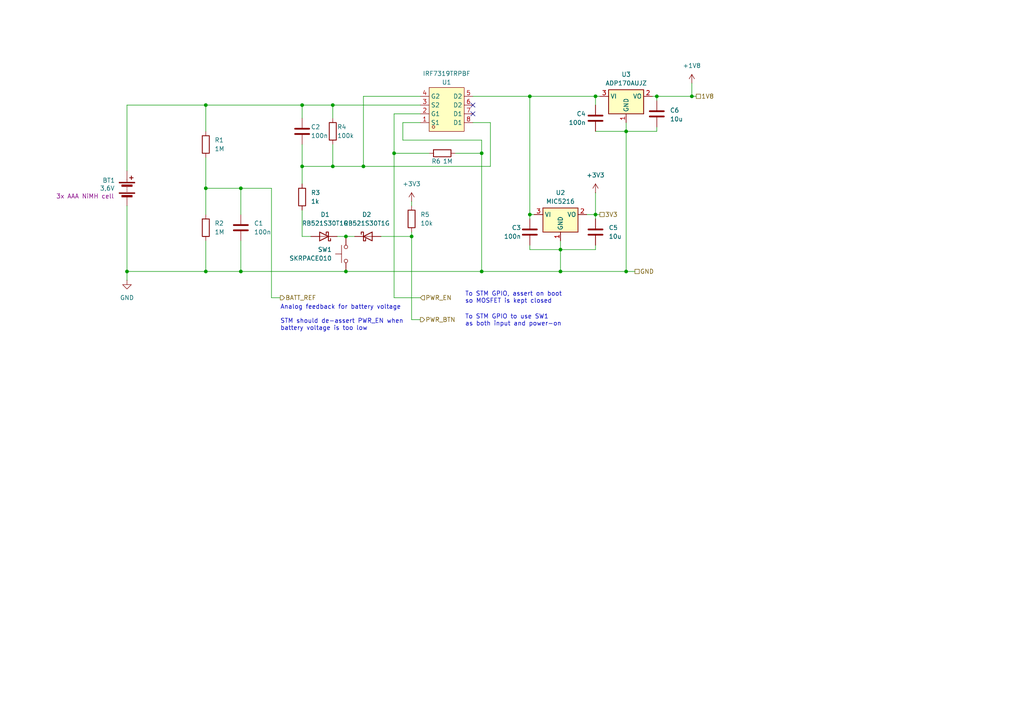
<source format=kicad_sch>
(kicad_sch (version 20231120) (generator "eeschema") (generator_version "8.0")
  (paper "A4")
  (title_block (title "E-Smog detector Power") (date "2024-03-15") (rev "0.2") (company "ARNweb Inc. ") (comment 1 "1798423") (comment 2 "Arne van Iterson"))
  (lib_symbols
    (symbol "Device:Battery" (pin_numbers hide) (pin_names (offset 0) hide)
      (property "Reference" "BT" (at 2.54 2.54 0))
      (property "Value" "Battery" (at 2.54 0 0))
      (symbol "Battery_0_1"
        (rectangle (start -2.286 -1.27) (end 2.286 -1.524) (fill (type outline)))
        (rectangle (start -2.286 1.778) (end 2.286 1.524) (fill (type outline)))
        (rectangle (start -1.524 -2.032) (end 1.524 -2.54) (fill (type outline)))
        (rectangle (start -1.524 1.016) (end 1.524 0.508) (fill (type outline)))
        (polyline (pts (xy 0 -1.016) (xy 0 -0.762)))
        (polyline (pts (xy 0 -0.508) (xy 0 -0.254)))
        (polyline (pts (xy 0 0) (xy 0 0.254)))
        (polyline (pts (xy 0 1.778) (xy 0 2.54)))
        (polyline (pts (xy 0.762 3.048) (xy 1.778 3.048)) (stroke (width 0.254)))
        (polyline (pts (xy 1.27 3.556) (xy 1.27 2.54)) (stroke (width 0.254)))
      )
      (symbol "Battery_1_1"
        (pin passive line (at 0 5.08 270) (length 2.54) (name "+") (number "1"))
        (pin passive line (at 0 -5.08 90) (length 2.54) (name "-") (number "2"))
      )
    )
    (symbol "Device:C" (pin_numbers hide) (pin_names (offset 0.254))
      (property "Reference" "C" (at 0.635 2.54 0))
      (property "Value" "C" (at 0.635 -2.54 0))
      (symbol "C_0_1"
        (polyline (pts (xy -2.032 -0.762) (xy 2.032 -0.762)) (stroke (width 0.508)))
        (polyline (pts (xy -2.032 0.762) (xy 2.032 0.762)) (stroke (width 0.508)))
      )
      (symbol "C_1_1"
        (pin passive line (at 0 3.81 270) (length 2.794) (name "~") (number "1"))
        (pin passive line (at 0 -3.81 90) (length 2.794) (name "~") (number "2"))
      )
    )
    (symbol "Device:D_Schottky" (pin_numbers hide) (pin_names (offset 1.016) hide)
      (property "Reference" "D" (at 0 2.54 0))
      (property "Value" "D_Schottky" (at 0 -2.54 0))
      (symbol "D_Schottky_0_1"
        (polyline (pts (xy 1.27 0) (xy -1.27 0)))
        (polyline (pts (xy 1.27 1.27) (xy 1.27 -1.27) (xy -1.27 0) (xy 1.27 1.27)) (stroke (width 0.254)))
        (polyline (pts (xy -1.905 0.635) (xy -1.905 1.27) (xy -1.27 1.27) (xy -1.27 -1.27) (xy -0.635 -1.27) (xy -0.635 -0.635)) (stroke (width 0.254)))
      )
      (symbol "D_Schottky_1_1"
        (pin passive line (at -3.81 0 0) (length 2.54) (name "K") (number "1"))
        (pin passive line (at 3.81 0 180) (length 2.54) (name "A") (number "2"))
      )
    )
    (symbol "Device:R" (pin_numbers hide) (pin_names (offset 0))
      (property "Reference" "R" (at 2.032 0 90))
      (property "Value" "R" (at 0 0 90))
      (symbol "R_0_1"
        (rectangle (start -1.016 -2.54) (end 1.016 2.54) (stroke (width 0.254)))
      )
      (symbol "R_1_1"
        (pin passive line (at 0 3.81 270) (length 1.27) (name "~") (number "1"))
        (pin passive line (at 0 -3.81 90) (length 1.27) (name "~") (number "2"))
      )
    )
    (symbol "Regulator_Linear:LD1117S18TR_SOT223"
      (property "Reference" "U" (at -3.81 3.175 0))
      (property "Value" "LD1117S18TR_SOT223" (at 0 3.175 0))
      (symbol "LD1117S18TR_SOT223_0_1"
        (rectangle (start -5.08 -5.08) (end 5.08 1.905) (stroke (width 0.254)) (fill (type background)))
      )
      (symbol "LD1117S18TR_SOT223_1_1"
        (pin power_in line (at 0 -7.62 90) (length 2.54) (name "GND") (number "1"))
        (pin power_out line (at 7.62 0 180) (length 2.54) (name "VO") (number "2"))
        (pin power_in line (at -7.62 0 0) (length 2.54) (name "VI") (number "3"))
      )
    )
    (symbol "Regulator_Linear:LD1117S33TR_SOT223"
      (property "Reference" "U" (at -3.81 3.175 0))
      (property "Value" "LD1117S33TR_SOT223" (at 0 3.175 0))
      (symbol "LD1117S33TR_SOT223_0_1"
        (rectangle (start -5.08 -5.08) (end 5.08 1.905) (stroke (width 0.254)) (fill (type background)))
      )
      (symbol "LD1117S33TR_SOT223_1_1"
        (pin power_in line (at 0 -7.62 90) (length 2.54) (name "GND") (number "1"))
        (pin power_out line (at 7.62 0 180) (length 2.54) (name "VO") (number "2"))
        (pin power_in line (at -7.62 0 0) (length 2.54) (name "VI") (number "3"))
      )
    )
    (symbol "Switch:SW_Push" (pin_numbers hide) (pin_names (offset 1.016) hide)
      (property "Reference" "SW" (at 1.27 2.54 0))
      (property "Value" "SW_Push" (at 0 -1.524 0))
      (symbol "SW_Push_0_1"
        (circle (center -2.032 0) (radius 0.508))
        (polyline (pts (xy 0 1.27) (xy 0 3.048)))
        (polyline (pts (xy 2.54 1.27) (xy -2.54 1.27)))
        (circle (center 2.032 0) (radius 0.508))
        (pin passive line (at -5.08 0 0) (length 2.54) (name "1") (number "1"))
        (pin passive line (at 5.08 0 180) (length 2.54) (name "2") (number "2"))
      )
    )
    (symbol "easyeda2kicad:IRF7319TRPBF_C5123893"
      (property "Reference" "U1" (at 0 -7.874 0))
      (property "Value" "IRF7319TRPBF" (at 0 -10.414 0))
      (symbol "IRF7319TRPBF_C5123893_0_1"
        (rectangle (start -5.08 6.35) (end 5.08 -6.35) (fill (type background)))
        (circle (center -3.81 5.08) (radius 0.38))
      )
      (symbol "IRF7319TRPBF_C5123893_1_1"
        (pin passive line (at -7.62 3.81 0) (length 2.54) (name "S1") (number "1"))
        (pin input line (at -7.62 1.27 0) (length 2.54) (name "G1") (number "2"))
        (pin passive line (at -7.62 -1.27 0) (length 2.54) (name "S2") (number "3"))
        (pin input line (at -7.62 -3.81 0) (length 2.54) (name "G2") (number "4"))
        (pin power_out line (at 7.62 -3.81 180) (length 2.54) (name "D2") (number "5"))
        (pin output line (at 7.62 -1.27 180) (length 2.54) (name "D2") (number "6"))
        (pin output line (at 7.62 1.27 180) (length 2.54) (name "D1") (number "7"))
        (pin power_out line (at 7.62 3.81 180) (length 2.54) (name "D1") (number "8"))
      )
    )
    (symbol "power:+1V8" (power) (pin_numbers hide) (pin_names (offset 0) hide)
      (property "Value" "+1V8" (at 0 3.556 0))
      (symbol "+1V8_0_1"
        (polyline (pts (xy -0.762 1.27) (xy 0 2.54)))
        (polyline (pts (xy 0 0) (xy 0 2.54)))
        (polyline (pts (xy 0 2.54) (xy 0.762 1.27)))
      )
      (symbol "+1V8_1_1"
        (pin power_in line (at 0 0 90) (length 0) (name "~") (number "1"))
      )
    )
    (symbol "power:+3V3" (power) (pin_numbers hide) (pin_names (offset 0) hide)
      (property "Value" "+3V3" (at 0 3.556 0))
      (symbol "+3V3_0_1"
        (polyline (pts (xy -0.762 1.27) (xy 0 2.54)))
        (polyline (pts (xy 0 0) (xy 0 2.54)))
        (polyline (pts (xy 0 2.54) (xy 0.762 1.27)))
      )
      (symbol "+3V3_1_1"
        (pin power_in line (at 0 0 90) (length 0) (name "~") (number "1"))
      )
    )
    (symbol "power:GND" (power) (pin_numbers hide) (pin_names (offset 0) hide)
      (property "Value" "GND" (at 0 -3.81 0))
      (symbol "GND_0_1"
        (polyline (pts (xy 0 0) (xy 0 -1.27) (xy 1.27 -1.27) (xy 0 -2.54) (xy -1.27 -1.27) (xy 0 -1.27)))
      )
      (symbol "GND_1_1"
        (pin power_in line (at 0 0 270) (length 0) (name "~") (number "1"))
      )
    )
  )
  (junction (at 139.7 78.74))
  (junction (at 59.69 54.61))
  (junction (at 69.85 78.74))
  (junction (at 87.63 48.26))
  (junction (at 181.61 78.74))
  (junction (at 200.66 27.94))
  (junction (at 100.33 78.74))
  (junction (at 190.5 27.94))
  (junction (at 172.72 27.94))
  (junction (at 59.69 78.74))
  (junction (at 59.69 30.48))
  (junction (at 96.52 30.48))
  (junction (at 153.67 62.23))
  (junction (at 69.85 54.61))
  (junction (at 119.38 68.58))
  (junction (at 162.56 78.74))
  (junction (at 100.33 68.58))
  (junction (at 105.41 48.26))
  (junction (at 153.67 27.94))
  (junction (at 181.61 38.1))
  (junction (at 162.56 72.39))
  (junction (at 114.3 44.45))
  (junction (at 172.72 62.23))
  (junction (at 139.7 44.45))
  (junction (at 36.83 78.74))
  (junction (at 96.52 48.26))
  (junction (at 87.63 30.48))
  (no_connect (at 137.16 30.48))
  (no_connect (at 137.16 33.02))
  (wire (pts (xy 139.7 40.64) (xy 139.7 44.45)))
  (wire (pts (xy 87.63 53.34) (xy 87.63 48.26)))
  (wire (pts (xy 200.66 24.13) (xy 200.66 27.94)))
  (wire (pts (xy 139.7 78.74) (xy 162.56 78.74)))
  (wire (pts (xy 59.69 45.72) (xy 59.69 54.61)))
  (wire (pts (xy 200.66 27.94) (xy 190.5 27.94)))
  (wire (pts (xy 172.72 27.94) (xy 173.99 27.94)))
  (wire (pts (xy 181.61 78.74) (xy 162.56 78.74)))
  (wire (pts (xy 119.38 67.31) (xy 119.38 68.58)))
  (wire (pts (xy 87.63 41.91) (xy 87.63 48.26)))
  (wire (pts (xy 200.66 27.94) (xy 201.93 27.94)))
  (wire (pts (xy 78.74 54.61) (xy 69.85 54.61)))
  (wire (pts (xy 96.52 30.48) (xy 121.92 30.48)))
  (wire (pts (xy 142.24 35.56) (xy 142.24 48.26)))
  (wire (pts (xy 114.3 33.02) (xy 114.3 44.45)))
  (wire (pts (xy 69.85 69.85) (xy 69.85 78.74)))
  (wire (pts (xy 81.28 86.36) (xy 78.74 86.36)))
  (wire (pts (xy 137.16 35.56) (xy 142.24 35.56)))
  (wire (pts (xy 100.33 68.58) (xy 102.87 68.58)))
  (wire (pts (xy 153.67 62.23) (xy 153.67 63.5)))
  (wire (pts (xy 181.61 78.74) (xy 184.15 78.74)))
  (wire (pts (xy 153.67 27.94) (xy 172.72 27.94)))
  (wire (pts (xy 87.63 68.58) (xy 90.17 68.58)))
  (wire (pts (xy 162.56 72.39) (xy 162.56 78.74)))
  (wire (pts (xy 137.16 27.94) (xy 153.67 27.94)))
  (wire (pts (xy 181.61 38.1) (xy 181.61 78.74)))
  (wire (pts (xy 59.69 30.48) (xy 59.69 38.1)))
  (wire (pts (xy 190.5 29.21) (xy 190.5 27.94)))
  (wire (pts (xy 119.38 92.71) (xy 121.92 92.71)))
  (wire (pts (xy 172.72 72.39) (xy 162.56 72.39)))
  (wire (pts (xy 59.69 78.74) (xy 69.85 78.74)))
  (wire (pts (xy 189.23 27.94) (xy 190.5 27.94)))
  (wire (pts (xy 153.67 72.39) (xy 162.56 72.39)))
  (wire (pts (xy 172.72 62.23) (xy 172.72 55.88)))
  (wire (pts (xy 97.79 68.58) (xy 100.33 68.58)))
  (wire (pts (xy 154.94 62.23) (xy 153.67 62.23)))
  (wire (pts (xy 36.83 30.48) (xy 36.83 49.53)))
  (wire (pts (xy 59.69 54.61) (xy 69.85 54.61)))
  (wire (pts (xy 162.56 69.85) (xy 162.56 72.39)))
  (wire (pts (xy 121.92 86.36) (xy 114.3 86.36)))
  (wire (pts (xy 172.72 38.1) (xy 181.61 38.1)))
  (wire (pts (xy 69.85 62.23) (xy 69.85 54.61)))
  (wire (pts (xy 114.3 86.36) (xy 114.3 44.45)))
  (wire (pts (xy 119.38 92.71) (xy 119.38 68.58)))
  (wire (pts (xy 96.52 48.26) (xy 105.41 48.26)))
  (wire (pts (xy 87.63 60.96) (xy 87.63 68.58)))
  (wire (pts (xy 172.72 62.23) (xy 173.99 62.23)))
  (wire (pts (xy 96.52 41.91) (xy 96.52 48.26)))
  (wire (pts (xy 105.41 27.94) (xy 105.41 48.26)))
  (wire (pts (xy 190.5 36.83) (xy 190.5 38.1)))
  (wire (pts (xy 36.83 78.74) (xy 59.69 78.74)))
  (wire (pts (xy 153.67 62.23) (xy 153.67 27.94)))
  (wire (pts (xy 153.67 71.12) (xy 153.67 72.39)))
  (wire (pts (xy 119.38 58.42) (xy 119.38 59.69)))
  (wire (pts (xy 172.72 27.94) (xy 172.72 30.48)))
  (wire (pts (xy 87.63 30.48) (xy 87.63 34.29)))
  (wire (pts (xy 132.08 44.45) (xy 139.7 44.45)))
  (wire (pts (xy 116.84 35.56) (xy 116.84 40.64)))
  (wire (pts (xy 87.63 48.26) (xy 96.52 48.26)))
  (wire (pts (xy 105.41 48.26) (xy 142.24 48.26)))
  (wire (pts (xy 190.5 38.1) (xy 181.61 38.1)))
  (wire (pts (xy 170.18 62.23) (xy 172.72 62.23)))
  (wire (pts (xy 36.83 59.69) (xy 36.83 78.74)))
  (wire (pts (xy 96.52 30.48) (xy 96.52 34.29)))
  (wire (pts (xy 100.33 78.74) (xy 139.7 78.74)))
  (wire (pts (xy 116.84 35.56) (xy 121.92 35.56)))
  (wire (pts (xy 59.69 54.61) (xy 59.69 62.23)))
  (wire (pts (xy 114.3 44.45) (xy 124.46 44.45)))
  (wire (pts (xy 59.69 69.85) (xy 59.69 78.74)))
  (wire (pts (xy 116.84 40.64) (xy 139.7 40.64)))
  (wire (pts (xy 87.63 30.48) (xy 96.52 30.48)))
  (wire (pts (xy 36.83 30.48) (xy 59.69 30.48)))
  (wire (pts (xy 139.7 44.45) (xy 139.7 78.74)))
  (wire (pts (xy 121.92 27.94) (xy 105.41 27.94)))
  (wire (pts (xy 36.83 78.74) (xy 36.83 81.28)))
  (wire (pts (xy 59.69 30.48) (xy 87.63 30.48)))
  (wire (pts (xy 172.72 71.12) (xy 172.72 72.39)))
  (wire (pts (xy 172.72 63.5) (xy 172.72 62.23)))
  (wire (pts (xy 110.49 68.58) (xy 119.38 68.58)))
  (wire (pts (xy 181.61 35.56) (xy 181.61 38.1)))
  (wire (pts (xy 121.92 33.02) (xy 114.3 33.02)))
  (wire (pts (xy 69.85 78.74) (xy 100.33 78.74)))
  (wire (pts (xy 78.74 86.36) (xy 78.74 54.61)))
  (text "To STM GPIO to use SW1\nas both input and power-on\n" (at 134.874 92.964 0) (effects (font (size 1.27 1.27)) (justify left)))
  (text "To STM GPIO, assert on boot\nso MOSFET is kept closed" (at 134.874 86.36 0) (effects (font (size 1.27 1.27)) (justify left)))
  (text "Analog feedback for battery voltage\n\nSTM should de-assert PWR_EN when \nbattery voltage is too low" (at 81.28 92.202 0) (effects (font (size 1.27 1.27)) (justify left)))
  (hierarchical_label "BATT_REF" (shape output) (at 81.28 86.36 0))
  (hierarchical_label "PWR_BTN" (shape output) (at 121.92 92.71 0))
  (hierarchical_label "3V3" (shape passive) (at 173.99 62.23 0))
  (hierarchical_label "GND" (shape passive) (at 184.15 78.74 0))
  (hierarchical_label "1V8" (shape passive) (at 201.93 27.94 0))
  (hierarchical_label "PWR_EN" (shape input) (at 121.92 86.36 0))
  (symbol (lib_id "power:+3V3") (at 172.72 55.88 0) (unit 1)
    (property "Reference" "#PWR03" (effects (hide yes)))
    (property "Value" "+3V3" (at 172.72 50.8 0))
    (property "Description" "Power symbol creates a global label with name \"+3V3\"" (effects (hide yes)))
  )
  (symbol (lib_id "Device:R") (at 119.38 63.5 0) (unit 1)
    (property "Reference" "R5" (at 121.92 62.2299 0) (effects (justify left)))
    (property "Value" "10k" (at 121.92 64.7699 0) (effects (justify left)))
    (property "Footprint" "Resistor_SMD:R_0402_1005Metric" (effects (hide yes)))
    (property "Description" "Resistor" (effects (hide yes)))
  )
  (symbol (lib_id "power:GND") (at 36.83 81.28 0) (unit 1)
    (property "Reference" "#PWR01" (effects (hide yes)))
    (property "Value" "GND" (at 36.83 86.36 0))
    (property "Description" "Power symbol creates a global label with name \"GND\" , ground" (effects (hide yes)))
  )
  (symbol (lib_id "Device:C") (at 172.72 67.31 0) (unit 1)
    (property "Reference" "C5" (at 176.53 66.04 0) (effects (justify left)))
    (property "Value" "10u" (at 176.53 68.58 0) (effects (justify left)))
    (property "Footprint" "Capacitor_SMD:C_0402_1005Metric" (effects (hide yes)))
    (property "Description" "Unpolarized capacitor" (effects (hide yes)))
  )
  (symbol (lib_id "Regulator_Linear:LD1117S33TR_SOT223") (at 162.56 62.23 0) (unit 1)
    (property "Reference" "U2" (at 162.56 55.88 0))
    (property "Value" "MIC5216" (at 162.56 58.42 0))
    (property "Footprint" "Package_TO_SOT_SMD:SOT-23-5" (effects (hide yes)))
  )
  (symbol (lib_id "power:+1V8") (at 200.66 24.13 0) (unit 1)
    (property "Reference" "#PWR04" (effects (hide yes)))
    (property "Value" "+1V8" (at 200.66 19.05 0))
    (property "Description" "Power symbol creates a global label with name \"+1V8\"" (effects (hide yes)))
  )
  (symbol (lib_id "Device:C") (at 190.5 33.02 0) (unit 1)
    (property "Reference" "C6" (at 194.31 32.004 0) (effects (justify left)))
    (property "Value" "10u" (at 194.31 34.544 0) (effects (justify left)))
    (property "Footprint" "Capacitor_SMD:C_0402_1005Metric" (effects (hide yes)))
    (property "Description" "Unpolarized capacitor" (effects (hide yes)))
  )
  (symbol (lib_id "Device:R") (at 87.63 57.15 0) (unit 1)
    (property "Reference" "R3" (at 90.17 55.8799 0) (effects (justify left)))
    (property "Value" "1k" (at 90.17 58.4199 0) (effects (justify left)))
    (property "Footprint" "Resistor_SMD:R_0402_1005Metric" (effects (hide yes)))
    (property "Description" "Resistor" (effects (hide yes)))
  )
  (symbol (lib_id "Regulator_Linear:LD1117S18TR_SOT223") (at 181.61 27.94 0) (unit 1)
    (property "Reference" "U3" (at 181.61 21.59 0))
    (property "Value" "ADP170AUJZ" (at 181.61 24.13 0))
    (property "Footprint" "Package_TO_SOT_SMD:TSOT-23-5" (effects (hide yes)))
    (property "Datasheet" "http://www.st.com/st-web-ui/static/active/en/resource/technical/document/datasheet/CD00000544.pdf" (effects (hide yes)))
    (property "Description" "800mA Fixed Low Drop Positive Voltage Regulator, Fixed Output 1.8V, SOT-223" (effects (hide yes)))
    (property "LCSC Part" "C80598" (effects (hide yes)))
  )
  (symbol (lib_id "Device:D_Schottky") (at 106.68 68.58 0) (unit 1)
    (property "Reference" "D2" (at 106.3625 62.23 0))
    (property "Value" "RB521S30T1G" (at 106.3625 64.77 0))
    (property "Footprint" "Diode_SMD:D_SOD-523" (effects (hide yes)))
    (property "Description" "Schottky diode" (effects (hide yes)))
    (property "LCSC Part" "C145179" (effects (hide yes)))
  )
  (symbol (lib_id "power:+3V3") (at 119.38 58.42 0) (unit 1)
    (property "Reference" "#PWR02" (effects (hide yes)))
    (property "Value" "+3V3" (at 119.38 53.34 0))
    (property "Description" "Power symbol creates a global label with name \"+3V3\"" (effects (hide yes)))
  )
  (symbol (lib_id "Device:R") (at 59.69 66.04 180) (unit 1)
    (property "Reference" "R2" (at 62.23 64.7699 0) (effects (justify right)))
    (property "Value" "1M" (at 62.23 67.3099 0) (effects (justify right)))
    (property "Footprint" "Resistor_SMD:R_0402_1005Metric" (effects (hide yes)))
    (property "Description" "Resistor" (effects (hide yes)))
  )
  (symbol (lib_id "Device:C") (at 69.85 66.04 0) (unit 1)
    (property "Reference" "C1" (at 73.66 64.7699 0) (effects (justify left)))
    (property "Value" "100n" (at 73.66 67.3099 0) (effects (justify left)))
    (property "Footprint" "Capacitor_SMD:C_0402_1005Metric" (effects (hide yes)))
    (property "Description" "Unpolarized capacitor" (effects (hide yes)))
  )
  (symbol (lib_id "Device:C") (at 87.63 38.1 180) (unit 1)
    (property "Reference" "C2" (at 90.17 36.83 0) (effects (justify right)))
    (property "Value" "100n" (at 90.17 39.37 0) (effects (justify right)))
    (property "Footprint" "Capacitor_SMD:C_0402_1005Metric" (effects (hide yes)))
    (property "Description" "Unpolarized capacitor" (effects (hide yes)))
  )
  (symbol (lib_id "Device:R") (at 59.69 41.91 180) (unit 1)
    (property "Reference" "R1" (at 62.23 40.6399 0) (effects (justify right)))
    (property "Value" "1M" (at 62.23 43.1799 0) (effects (justify right)))
    (property "Footprint" "Resistor_SMD:R_0402_1005Metric" (effects (hide yes)))
    (property "Description" "Resistor" (effects (hide yes)))
  )
  (symbol (lib_id "Switch:SW_Push") (at 100.33 73.66 90) (unit 1)
    (property "Reference" "SW1" (at 96.266 72.39 90) (effects (justify left)))
    (property "Value" "SKRPACE010" (at 96.266 74.93 90) (effects (justify left)))
    (property "Footprint" "Button_Switch_SMD:SW_SPST_PTS810" (effects (hide yes)))
    (property "Description" "Push button switch, generic, two pins" (effects (hide yes)))
    (property "LCSC Part" "C139797" (effects (hide yes)))
  )
  (symbol (lib_id "easyeda2kicad:IRF7319TRPBF_C5123893") (at 129.54 31.75 0) (mirror x) (unit 1)
    (property "Reference" "U1" (at 129.54 23.876 0))
    (property "Value" "IRF7319TRPBF" (at 129.54 21.336 0))
    (property "Footprint" "easyeda2kicad:SOIC-8_L4.9-W3.9-P1.27-LS6.0-BL" (effects (hide yes)))
    (property "LCSC Part" "C5123893" (effects (hide yes)))
  )
  (symbol (lib_id "Device:R") (at 96.52 38.1 180) (unit 1)
    (property "Reference" "R4" (at 97.79 36.83 0) (effects (justify right)))
    (property "Value" "100k" (at 97.79 39.37 0) (effects (justify right)))
    (property "Footprint" "Resistor_SMD:R_0402_1005Metric" (effects (hide yes)))
    (property "Description" "Resistor" (effects (hide yes)))
    (property "LCSC Part" "C25741" (effects (hide yes)))
  )
  (symbol (lib_id "Device:C") (at 172.72 34.29 0) (unit 1)
    (property "Reference" "C4" (at 169.926 33.02 0) (effects (justify right)))
    (property "Value" "100n" (at 169.926 35.56 0) (effects (justify right)))
    (property "Footprint" "Capacitor_SMD:C_0402_1005Metric" (effects (hide yes)))
    (property "Description" "Unpolarized capacitor" (effects (hide yes)))
  )
  (symbol (lib_id "Device:Battery") (at 36.83 54.61 0) (unit 1)
    (property "Reference" "BT1" (at 29.718 52.324 0) (effects (justify left)))
    (property "Value" "3,6V" (at 28.956 54.61 0) (effects (justify left)))
    (property "Footprint" "Connector_PinHeader_2.54mm:PinHeader_1x02_P2.54mm_Vertical" (effects (hide yes)))
    (property "Description" "3x AAA NiMH cell" (at 16.256 56.896 0) (effects (justify left)))
  )
  (symbol (lib_id "Device:C") (at 153.67 67.31 0) (unit 1)
    (property "Reference" "C3" (at 151.13 66.04 0) (effects (justify right)))
    (property "Value" "100n" (at 151.13 68.58 0) (effects (justify right)))
    (property "Footprint" "Capacitor_SMD:C_0402_1005Metric" (effects (hide yes)))
    (property "Description" "Unpolarized capacitor" (effects (hide yes)))
  )
  (symbol (lib_id "Device:R") (at 128.27 44.45 90) (unit 1)
    (property "Reference" "R6" (at 126.492 47.498 90) (effects (justify top)))
    (property "Value" "1M" (at 131.318 47.498 90) (effects (justify left top)))
    (property "Footprint" "Resistor_SMD:R_0402_1005Metric" (effects (hide yes)))
    (property "Description" "Resistor" (effects (hide yes)))
  )
  (symbol (lib_id "Device:D_Schottky") (at 93.98 68.58 180) (unit 1)
    (property "Reference" "D1" (at 94.2975 62.23 0))
    (property "Value" "RB521S30T1G" (at 94.2975 64.77 0))
    (property "Footprint" "Diode_SMD:D_SOD-523" (effects (hide yes)))
    (property "Description" "Schottky diode" (effects (hide yes)))
    (property "LCSC Part" "C145179" (effects (hide yes)))
  )
)
</source>
